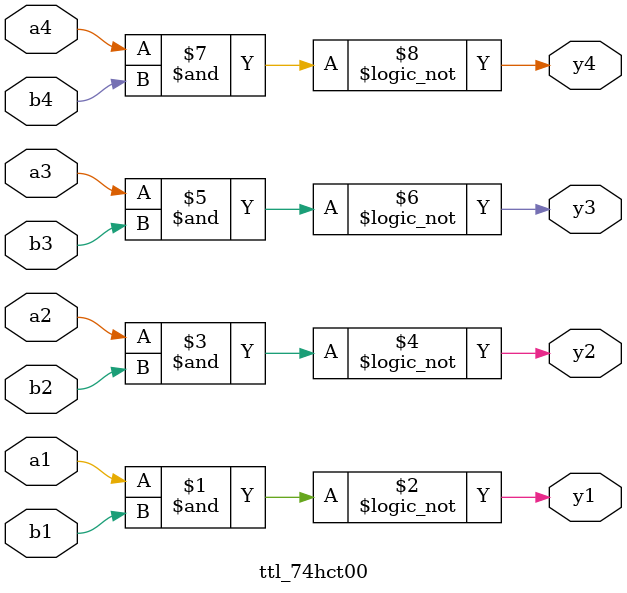
<source format=v>
module ttl_74hct00(
	input a1,
	input b1,
	output y1,
	input a2,
	input b2,
	output y2,
	input a3,
	input b3,
	output y3,
	input a4,
	input b4,
	output y4
);

assign #16 y1 = !(a1 & b1);
assign #16 y2 = !(a2 & b2);
assign #16 y3 = !(a3 & b3);
assign #16 y4 = !(a4 & b4);

endmodule

</source>
